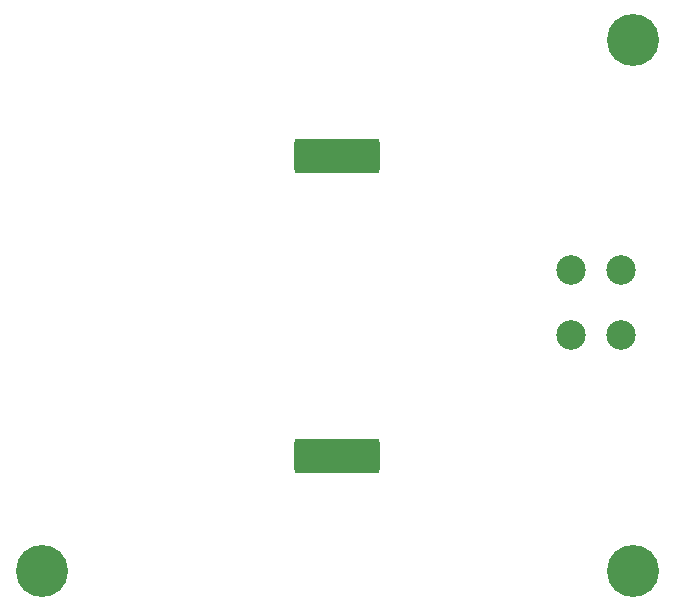
<source format=gts>
G04*
G04 #@! TF.GenerationSoftware,Altium Limited,Altium Designer,22.1.2 (22)*
G04*
G04 Layer_Color=8388736*
%FSLAX25Y25*%
%MOIN*%
G70*
G04*
G04 #@! TF.SameCoordinates,382241DD-9174-41C4-80FE-42B68BCE7A43*
G04*
G04*
G04 #@! TF.FilePolarity,Negative*
G04*
G01*
G75*
G04:AMPARAMS|DCode=12|XSize=283.59mil|YSize=114.3mil|CornerRadius=9.32mil|HoleSize=0mil|Usage=FLASHONLY|Rotation=0.000|XOffset=0mil|YOffset=0mil|HoleType=Round|Shape=RoundedRectangle|*
%AMROUNDEDRECTD12*
21,1,0.28359,0.09567,0,0,0.0*
21,1,0.26496,0.11430,0,0,0.0*
1,1,0.01863,0.13248,-0.04784*
1,1,0.01863,-0.13248,-0.04784*
1,1,0.01863,-0.13248,0.04784*
1,1,0.01863,0.13248,0.04784*
%
%ADD12ROUNDEDRECTD12*%
%ADD13C,0.09855*%
%ADD14C,0.17335*%
D12*
X118110Y158268D02*
D03*
Y58268D02*
D03*
D13*
X196063Y120079D02*
D03*
X212598D02*
D03*
Y98425D02*
D03*
X196063D02*
D03*
D14*
X216535Y19685D02*
D03*
X19685D02*
D03*
X216535Y196850D02*
D03*
M02*

</source>
